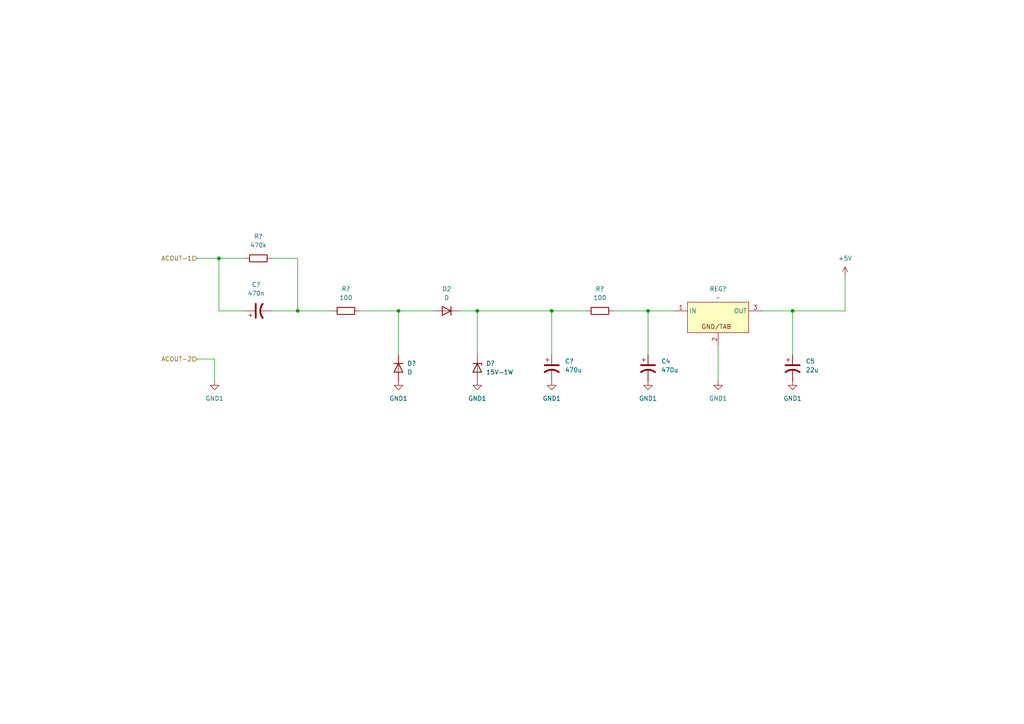
<source format=kicad_sch>
(kicad_sch (version 20231120) (generator "eeschema") (generator_version "8.0")
  (paper "A4")
  (title_block (title "Non-isolated Supply") (date "2024-12-17"))
  (lib_symbols
    (symbol "Device:C_Polarized_US" (pin_numbers hide) (pin_names (offset 0.254) hide)
      (property "Reference" "C" (at 0.635 2.54 0))
      (property "Value" "C_Polarized_US" (at 0.635 -2.54 0))
      (symbol "C_Polarized_US_0_1"
        (polyline (pts (xy -2.032 0.762) (xy 2.032 0.762)) (stroke (width 0.508)))
        (polyline (pts (xy -1.778 2.286) (xy -0.762 2.286)))
        (polyline (pts (xy -1.27 1.778) (xy -1.27 2.794)))
        (arc (start 2.032 -1.27) (mid 0 -0.5572) (end -2.032 -1.27) (stroke (width 0.508)))
      )
      (symbol "C_Polarized_US_1_1"
        (pin passive line (at 0 3.81 270) (length 2.794) (name "~") (number "1"))
        (pin passive line (at 0 -3.81 90) (length 3.302) (name "~") (number "2"))
      )
    )
    (symbol "Device:D" (pin_numbers hide) (pin_names (offset 1.016) hide)
      (property "Reference" "D" (at 0 2.54 0))
      (property "Value" "D" (at 0 -2.54 0))
      (symbol "D_0_1"
        (polyline (pts (xy -1.27 1.27) (xy -1.27 -1.27)) (stroke (width 0.254)))
        (polyline (pts (xy 1.27 0) (xy -1.27 0)))
        (polyline (pts (xy 1.27 1.27) (xy 1.27 -1.27) (xy -1.27 0) (xy 1.27 1.27)) (stroke (width 0.254)))
      )
      (symbol "D_1_1"
        (pin passive line (at -3.81 0 0) (length 2.54) (name "K") (number "1"))
        (pin passive line (at 3.81 0 180) (length 2.54) (name "A") (number "2"))
      )
    )
    (symbol "Device:D_Zener" (pin_numbers hide) (pin_names (offset 1.016) hide)
      (property "Reference" "D" (at 0 2.54 0))
      (property "Value" "D_Zener" (at 0 -2.54 0))
      (symbol "D_Zener_0_1"
        (polyline (pts (xy 1.27 0) (xy -1.27 0)))
        (polyline (pts (xy -1.27 -1.27) (xy -1.27 1.27) (xy -0.762 1.27)) (stroke (width 0.254)))
        (polyline (pts (xy 1.27 -1.27) (xy 1.27 1.27) (xy -1.27 0) (xy 1.27 -1.27)) (stroke (width 0.254)))
      )
      (symbol "D_Zener_1_1"
        (pin passive line (at -3.81 0 0) (length 2.54) (name "K") (number "1"))
        (pin passive line (at 3.81 0 180) (length 2.54) (name "A") (number "2"))
      )
    )
    (symbol "Device:R" (pin_numbers hide) (pin_names (offset 0))
      (property "Reference" "R" (at 2.032 0 90))
      (property "Value" "R" (at 0 0 90))
      (symbol "R_0_1"
        (rectangle (start -1.016 -2.54) (end 1.016 2.54) (stroke (width 0.254)))
      )
      (symbol "R_1_1"
        (pin passive line (at 0 3.81 270) (length 1.27) (name "~") (number "1"))
        (pin passive line (at 0 -3.81 90) (length 1.27) (name "~") (number "2"))
      )
    )
    (symbol "mains_mon:TS2937CW50"
      (property "Reference" "REG1" (at 6.858 -1.524 0))
      (symbol "TS2937CW50_1_1"
        (rectangle (start -8.89 8.89) (end 8.89 0) (fill (type background)))
        (text "GND/TAB\n" (at -0.508 1.778 0) (effects (font (size 1.27 1.27))))
        (pin power_in line (at -12.7 6.35 0) (length 3.81) (name "IN") (number "1"))
        (pin power_in line (at 0 -3.81 90) (length 3.81) (name "~") (number "2"))
        (pin power_out line (at 12.7 6.35 180) (length 3.81) (name "OUT") (number "3"))
      )
    )
    (symbol "power:+5V" (power) (pin_numbers hide) (pin_names (offset 0) hide)
      (property "Value" "+5V" (at 0 3.556 0))
      (symbol "+5V_0_1"
        (polyline (pts (xy -0.762 1.27) (xy 0 2.54)))
        (polyline (pts (xy 0 0) (xy 0 2.54)))
        (polyline (pts (xy 0 2.54) (xy 0.762 1.27)))
      )
      (symbol "+5V_1_1"
        (pin power_in line (at 0 0 90) (length 0) (name "~") (number "1"))
      )
    )
    (symbol "power:GND1" (power) (pin_numbers hide) (pin_names (offset 0) hide)
      (property "Value" "GND1" (at 0 -3.81 0))
      (symbol "GND1_0_1"
        (polyline (pts (xy 0 0) (xy 0 -1.27) (xy 1.27 -1.27) (xy 0 -2.54) (xy -1.27 -1.27) (xy 0 -1.27)))
      )
      (symbol "GND1_1_1"
        (pin power_in line (at 0 0 270) (length 0) (name "~") (number "1"))
      )
    )
  )
  (junction (at 229.87 90.17))
  (junction (at 86.36 90.17))
  (junction (at 115.57 90.17))
  (junction (at 63.5 74.93))
  (junction (at 187.96 90.17))
  (junction (at 138.43 90.17))
  (junction (at 160.02 90.17))
  (wire (pts (xy 62.23 104.14) (xy 62.23 110.49)))
  (wire (pts (xy 187.96 90.17) (xy 195.58 90.17)))
  (wire (pts (xy 208.28 100.33) (xy 208.28 110.49)))
  (wire (pts (xy 78.74 90.17) (xy 86.36 90.17)))
  (wire (pts (xy 57.15 104.14) (xy 62.23 104.14)))
  (wire (pts (xy 160.02 90.17) (xy 170.18 90.17)))
  (wire (pts (xy 177.8 90.17) (xy 187.96 90.17)))
  (wire (pts (xy 63.5 74.93) (xy 63.5 90.17)))
  (wire (pts (xy 78.74 74.93) (xy 86.36 74.93)))
  (wire (pts (xy 187.96 90.17) (xy 187.96 102.87)))
  (wire (pts (xy 160.02 90.17) (xy 160.02 102.87)))
  (wire (pts (xy 86.36 90.17) (xy 96.52 90.17)))
  (wire (pts (xy 57.15 74.93) (xy 63.5 74.93)))
  (wire (pts (xy 115.57 90.17) (xy 125.73 90.17)))
  (wire (pts (xy 138.43 90.17) (xy 138.43 102.87)))
  (wire (pts (xy 245.11 80.01) (xy 245.11 90.17)))
  (wire (pts (xy 220.98 90.17) (xy 229.87 90.17)))
  (wire (pts (xy 71.12 90.17) (xy 63.5 90.17)))
  (wire (pts (xy 63.5 74.93) (xy 71.12 74.93)))
  (wire (pts (xy 104.14 90.17) (xy 115.57 90.17)))
  (wire (pts (xy 115.57 90.17) (xy 115.57 102.87)))
  (wire (pts (xy 138.43 90.17) (xy 160.02 90.17)))
  (wire (pts (xy 229.87 90.17) (xy 245.11 90.17)))
  (wire (pts (xy 86.36 74.93) (xy 86.36 90.17)))
  (wire (pts (xy 133.35 90.17) (xy 138.43 90.17)))
  (wire (pts (xy 229.87 90.17) (xy 229.87 102.87)))
  (hierarchical_label "ACOUT-2" (shape input) (at 57.15 104.14 180))
  (hierarchical_label "ACOUT-1" (shape input) (at 57.15 74.93 180))
  (symbol (lib_id "Device:D") (at 129.54 90.17 180) (unit 1)
    (property "Reference" "D2" (at 129.54 83.82 0))
    (property "Value" "D" (at 129.54 86.36 0))
    (property "Description" "Diode" (effects (hide yes)))
    (property "Sim.Device" "D" (effects (hide yes)))
    (property "Sim.Pins" "1=K 2=A" (effects (hide yes)))
  )
  (symbol (lib_id "power:GND1") (at 187.96 110.49 0) (unit 1)
    (property "Reference" "#PWR03" (effects (hide yes)))
    (property "Value" "GND1" (at 187.96 115.57 0))
    (property "Description" "Power symbol creates a global label with name \"GND1\" , ground" (effects (hide yes)))
  )
  (symbol (lib_id "mains_mon:TS2937CW50") (at 208.28 96.52 0) (unit 1)
    (property "Reference" "REG?" (at 208.28 83.82 0))
    (property "Value" "~" (at 208.28 86.36 0))
  )
  (symbol (lib_id "Device:D_Zener") (at 138.43 106.68 270) (unit 1)
    (property "Reference" "D?" (at 140.97 105.4099 90) (effects (justify left)))
    (property "Value" "15V-1W" (at 140.97 107.9499 90) (effects (justify left)))
    (property "Description" "Zener diode" (effects (hide yes)))
  )
  (symbol (lib_id "Device:R") (at 74.93 74.93 90) (unit 1)
    (property "Reference" "R?" (at 74.93 68.58 90))
    (property "Value" "470k" (at 74.93 71.12 90))
    (property "Description" "Resistor" (effects (hide yes)))
  )
  (symbol (lib_id "power:GND1") (at 115.57 110.49 0) (unit 1)
    (property "Reference" "#PWR06" (effects (hide yes)))
    (property "Value" "GND1" (at 115.57 115.57 0))
    (property "Description" "Power symbol creates a global label with name \"GND1\" , ground" (effects (hide yes)))
  )
  (symbol (lib_id "Device:R") (at 173.99 90.17 90) (unit 1)
    (property "Reference" "R?" (at 173.99 83.82 90))
    (property "Value" "100" (at 173.99 86.36 90))
    (property "Description" "Resistor" (effects (hide yes)))
  )
  (symbol (lib_id "Device:C_Polarized_US") (at 74.93 90.17 90) (unit 1)
    (property "Reference" "C?" (at 74.295 82.55 90))
    (property "Value" "470n" (at 74.295 85.09 90))
    (property "Description" "Polarized capacitor, US symbol" (effects (hide yes)))
  )
  (symbol (lib_id "Device:C_Polarized_US") (at 229.87 106.68 0) (unit 1)
    (property "Reference" "C5" (at 233.68 104.7749 0) (effects (justify left)))
    (property "Value" "22u" (at 233.68 107.3149 0) (effects (justify left)))
    (property "Description" "Polarized capacitor, US symbol" (effects (hide yes)))
  )
  (symbol (lib_id "power:GND1") (at 160.02 110.49 0) (unit 1)
    (property "Reference" "#PWR04" (effects (hide yes)))
    (property "Value" "GND1" (at 160.02 115.57 0))
    (property "Description" "Power symbol creates a global label with name \"GND1\" , ground" (effects (hide yes)))
  )
  (symbol (lib_id "power:GND1") (at 208.28 110.49 0) (unit 1)
    (property "Reference" "#PWR?" (effects (hide yes)))
    (property "Value" "GND1" (at 208.28 115.57 0))
    (property "Description" "Power symbol creates a global label with name \"GND1\" , ground" (effects (hide yes)))
  )
  (symbol (lib_id "power:GND1") (at 62.23 110.49 0) (unit 1)
    (property "Reference" "#PWR?" (effects (hide yes)))
    (property "Value" "GND1" (at 62.23 115.57 0))
    (property "Description" "Power symbol creates a global label with name \"GND1\" , ground" (effects (hide yes)))
  )
  (symbol (lib_id "Device:R") (at 100.33 90.17 90) (unit 1)
    (property "Reference" "R?" (at 100.33 83.82 90))
    (property "Value" "100" (at 100.33 86.36 90))
    (property "Description" "Resistor" (effects (hide yes)))
  )
  (symbol (lib_id "power:GND1") (at 229.87 110.49 0) (unit 1)
    (property "Reference" "#PWR07" (effects (hide yes)))
    (property "Value" "GND1" (at 229.87 115.57 0))
    (property "Description" "Power symbol creates a global label with name \"GND1\" , ground" (effects (hide yes)))
  )
  (symbol (lib_id "power:+5V") (at 245.11 80.01 0) (unit 1)
    (property "Reference" "#PWR?" (effects (hide yes)))
    (property "Value" "+5V" (at 245.11 74.93 0))
    (property "Description" "Power symbol creates a global label with name \"+5V\"" (effects (hide yes)))
  )
  (symbol (lib_id "Device:C_Polarized_US") (at 160.02 106.68 0) (unit 1)
    (property "Reference" "C?" (at 163.83 104.7749 0) (effects (justify left)))
    (property "Value" "470u" (at 163.83 107.3149 0) (effects (justify left)))
    (property "Description" "Polarized capacitor, US symbol" (effects (hide yes)))
  )
  (symbol (lib_id "Device:C_Polarized_US") (at 187.96 106.68 0) (unit 1)
    (property "Reference" "C4" (at 191.77 104.7749 0) (effects (justify left)))
    (property "Value" "470u" (at 191.77 107.3149 0) (effects (justify left)))
    (property "Description" "Polarized capacitor, US symbol" (effects (hide yes)))
  )
  (symbol (lib_id "Device:D") (at 115.57 106.68 270) (unit 1)
    (property "Reference" "D?" (at 118.11 105.4099 90) (effects (justify left)))
    (property "Value" "D" (at 118.11 107.9499 90) (effects (justify left)))
    (property "Description" "Diode" (effects (hide yes)))
    (property "Sim.Device" "D" (effects (hide yes)))
    (property "Sim.Pins" "1=K 2=A" (effects (hide yes)))
  )
  (symbol (lib_id "power:GND1") (at 138.43 110.49 0) (unit 1)
    (property "Reference" "#PWR05" (effects (hide yes)))
    (property "Value" "GND1" (at 138.43 115.57 0))
    (property "Description" "Power symbol creates a global label with name \"GND1\" , ground" (effects (hide yes)))
  )
)
</source>
